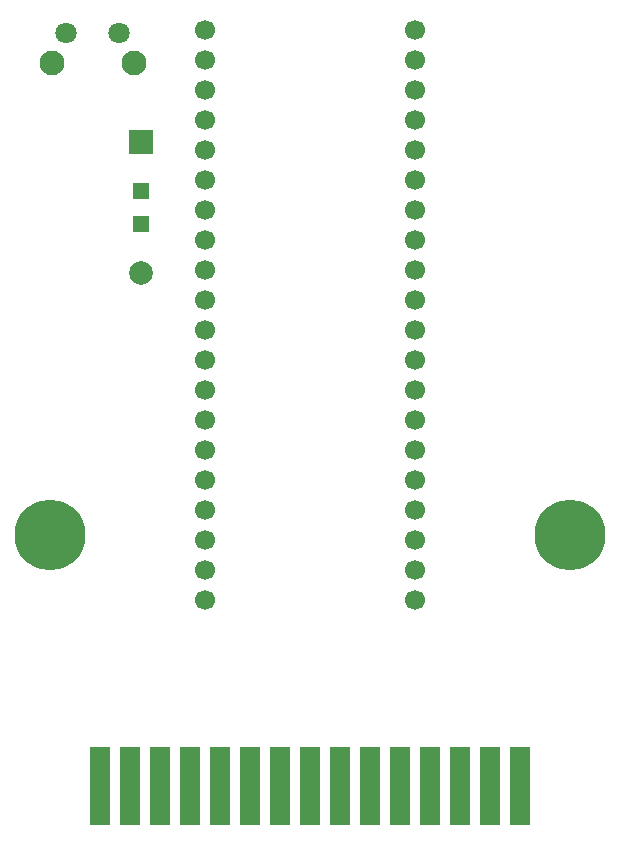
<source format=gbr>
G04 DipTrace 3.3.1.3*
G04 BottomMask.gbr*
%MOIN*%
G04 #@! TF.FileFunction,Soldermask,Bot*
G04 #@! TF.Part,Single*
%ADD21C,0.070866*%
%ADD28C,0.23622*%
%ADD35C,0.066929*%
%ADD36C,0.082677*%
%ADD39C,0.07874*%
%ADD40R,0.07874X0.07874*%
%ADD42R,0.055118X0.055118*%
%ADD44R,0.066929X0.26378*%
%FSLAX26Y26*%
G04*
G70*
G90*
G75*
G01*
G04 BotMask*
%LPD*%
D44*
X746850Y559235D3*
X846850D3*
X946850D3*
X1046850D3*
X1146850D3*
X1246850D3*
X1346850D3*
X1446850D3*
X1546850D3*
X1646850D3*
X1746850D3*
X1846850D3*
X1946850D3*
X2046850D3*
X2146850D3*
D42*
X884350Y2543733D3*
Y2433496D3*
D40*
Y2706134D3*
D39*
Y2271095D3*
D21*
X634350Y3068731D3*
X811516D3*
D36*
X585138Y2970306D3*
X860728D3*
D35*
X1096850Y1178935D3*
Y1278935D3*
Y1378935D3*
Y1478935D3*
Y1578935D3*
Y1678935D3*
Y1778935D3*
Y1878935D3*
Y1978935D3*
Y2078935D3*
Y2178935D3*
Y2278935D3*
Y2378935D3*
Y2478935D3*
Y2578935D3*
Y2678935D3*
Y2778935D3*
Y2878935D3*
Y2978935D3*
Y3078935D3*
X1796850D3*
Y2978935D3*
Y2878935D3*
Y2778935D3*
Y2678935D3*
Y2578935D3*
Y2478935D3*
Y2378935D3*
Y2278935D3*
Y2178935D3*
Y2078935D3*
Y1978935D3*
Y1878935D3*
Y1778935D3*
Y1678935D3*
Y1578935D3*
Y1478935D3*
Y1378935D3*
Y1278935D3*
Y1178935D3*
D28*
X580709Y1395898D3*
X2312992D3*
M02*

</source>
